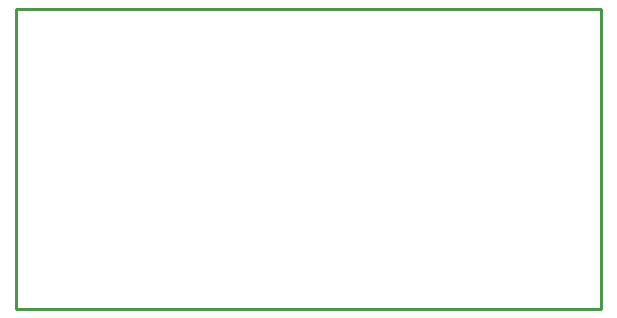
<source format=gko>
G04 Layer_Color=16720538*
%FSLAX25Y25*%
%MOIN*%
G70*
G01*
G75*
%ADD21C,0.01000*%
D21*
X100000Y100000D02*
Y200000D01*
X295000D01*
Y100000D02*
Y200000D01*
X100000Y100000D02*
X295000D01*
M02*

</source>
